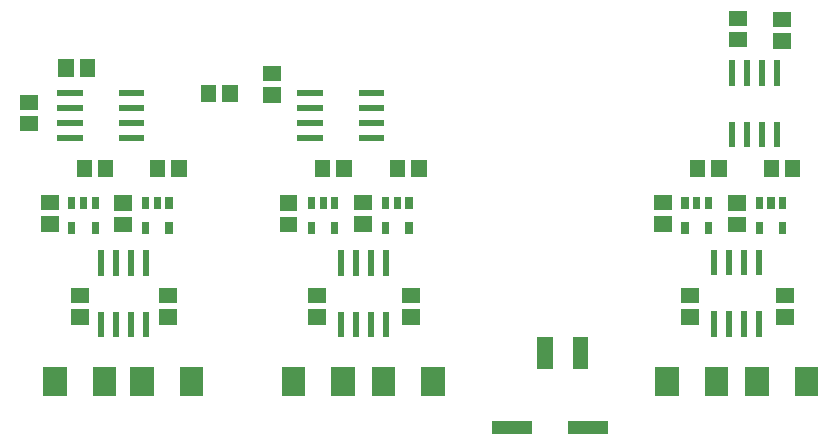
<source format=gbr>
G04 start of page 10 for group -4015 idx -4015 *
G04 Title: (unknown), toppaste *
G04 Creator: pcb 20110918 *
G04 CreationDate: Tue 11 Feb 2014 10:14:15 PM GMT UTC *
G04 For: ndholmes *
G04 Format: Gerber/RS-274X *
G04 PCB-Dimensions: 285500 200000 *
G04 PCB-Coordinate-Origin: lower left *
%MOIN*%
%FSLAX25Y25*%
%LNTOPPASTE*%
%ADD84R,0.0430X0.0430*%
%ADD83R,0.0787X0.0787*%
%ADD82R,0.0240X0.0240*%
%ADD81R,0.0200X0.0200*%
%ADD80R,0.0512X0.0512*%
G54D80*X76043Y136893D02*Y136107D01*
X68957Y136893D02*Y136107D01*
X8607Y126457D02*X9393D01*
X8607Y133543D02*X9393D01*
X220107Y92957D02*X220893D01*
X220107Y100043D02*X220893D01*
X229107Y69043D02*X229893D01*
X229107Y61957D02*X229893D01*
X244650Y92914D02*X245436D01*
X244650Y100000D02*X245436D01*
X256457Y111893D02*Y111107D01*
X263543Y111893D02*Y111107D01*
X260607Y69086D02*X261393D01*
X260607Y62000D02*X261393D01*
X95193Y92914D02*X95979D01*
X95193Y100000D02*X95979D01*
X106957Y111893D02*Y111107D01*
X114043Y111893D02*Y111107D01*
X15607Y93000D02*X16393D01*
X15607Y100086D02*X16393D01*
G54D81*X252500Y83400D02*Y76900D01*
X247500Y83400D02*Y76900D01*
X242500Y83400D02*Y76900D01*
X237500Y83400D02*Y76900D01*
Y62900D02*Y56400D01*
X242500Y62900D02*Y56400D01*
X247500Y62900D02*Y56400D01*
X252500Y62900D02*Y56400D01*
G54D82*X227700Y92600D02*Y91000D01*
X235500Y92600D02*Y91000D01*
Y100800D02*Y99200D01*
X231600Y100800D02*Y99200D01*
X227700Y100800D02*Y99200D01*
X103200Y92600D02*Y91000D01*
X111000Y92600D02*Y91000D01*
Y100800D02*Y99200D01*
X107100Y100800D02*Y99200D01*
X103200Y100800D02*Y99200D01*
G54D80*X131957Y111893D02*Y111107D01*
X139043Y111893D02*Y111107D01*
X136107Y69043D02*X136893D01*
X136107Y61957D02*X136893D01*
X21414Y145393D02*Y144607D01*
X28500Y145393D02*Y144607D01*
G54D82*X127950Y92600D02*Y91000D01*
X135750Y92600D02*Y91000D01*
Y100800D02*Y99200D01*
X131850Y100800D02*Y99200D01*
X127950Y100800D02*Y99200D01*
G54D83*X113767Y41287D02*Y39713D01*
X97232Y41287D02*Y39713D01*
X34267Y41287D02*Y39713D01*
X17732Y41287D02*Y39713D01*
X46733Y41287D02*Y39713D01*
X63268Y41287D02*Y39713D01*
G54D81*X48000Y83250D02*Y76750D01*
X43000Y83250D02*Y76750D01*
X38000Y83250D02*Y76750D01*
X33000Y83250D02*Y76750D01*
Y62750D02*Y56250D01*
X38000Y62750D02*Y56250D01*
X43000Y62750D02*Y56250D01*
X48000Y62750D02*Y56250D01*
G54D82*X47950Y92600D02*Y91000D01*
X55750Y92600D02*Y91000D01*
Y100800D02*Y99200D01*
X51850Y100800D02*Y99200D01*
X47950Y100800D02*Y99200D01*
G54D80*X55107Y69043D02*X55893D01*
X55107Y61957D02*X55893D01*
X25607Y69043D02*X26393D01*
X25607Y61957D02*X26393D01*
G54D82*X23300Y92600D02*Y91000D01*
X31100Y92600D02*Y91000D01*
Y100800D02*Y99200D01*
X27200Y100800D02*Y99200D01*
X23300Y100800D02*Y99200D01*
G54D80*X40107Y92914D02*X40893D01*
X40107Y100000D02*X40893D01*
X104607Y69043D02*X105393D01*
X104607Y61957D02*X105393D01*
X120107Y93000D02*X120893D01*
X120107Y100086D02*X120893D01*
G54D81*X19500Y136500D02*X26000D01*
X19500Y131500D02*X26000D01*
X19500Y126500D02*X26000D01*
X19500Y121500D02*X26000D01*
X40000D02*X46500D01*
X40000Y126500D02*X46500D01*
X40000Y131500D02*X46500D01*
X40000Y136500D02*X46500D01*
G54D80*X51914Y111893D02*Y111107D01*
X59000Y111893D02*Y111107D01*
G54D81*X99500Y136500D02*X106000D01*
X99500Y131500D02*X106000D01*
X99500Y126500D02*X106000D01*
X99500Y121500D02*X106000D01*
X120000D02*X126500D01*
X120000Y126500D02*X126500D01*
X120000Y131500D02*X126500D01*
X120000Y136500D02*X126500D01*
X128000Y83250D02*Y76750D01*
X123000Y83250D02*Y76750D01*
X118000Y83250D02*Y76750D01*
X113000Y83250D02*Y76750D01*
Y62750D02*Y56250D01*
X118000Y62750D02*Y56250D01*
X123000Y62750D02*Y56250D01*
X128000Y62750D02*Y56250D01*
G54D83*X127233Y41287D02*Y39713D01*
X143768Y41287D02*Y39713D01*
G54D84*X165450Y25000D02*X174450D01*
X190950D02*X200050D01*
G54D83*X238267Y41287D02*Y39713D01*
X221732Y41287D02*Y39713D01*
G54D82*X252500Y92600D02*Y91000D01*
X260300Y92600D02*Y91000D01*
Y100800D02*Y99200D01*
X256400Y100800D02*Y99200D01*
X252500Y100800D02*Y99200D01*
G54D80*X231914Y111893D02*Y111107D01*
X239000Y111893D02*Y111107D01*
G54D83*X251733Y41287D02*Y39713D01*
X268268Y41287D02*Y39713D01*
G54D80*X89607Y135957D02*X90393D01*
X89607Y143043D02*X90393D01*
G54D81*X258500Y146500D02*Y140000D01*
X253500Y146500D02*Y140000D01*
X248500Y146500D02*Y140000D01*
X243500Y146500D02*Y140000D01*
Y126000D02*Y119500D01*
X248500Y126000D02*Y119500D01*
X253500Y126000D02*Y119500D01*
X258500Y126000D02*Y119500D01*
G54D80*X245107Y154457D02*X245893D01*
X245107Y161543D02*X245893D01*
X259607Y153957D02*X260393D01*
X259607Y161043D02*X260393D01*
X181095Y52755D02*Y47245D01*
X192905Y52755D02*Y47245D01*
X27457Y111893D02*Y111107D01*
X34543Y111893D02*Y111107D01*
M02*

</source>
